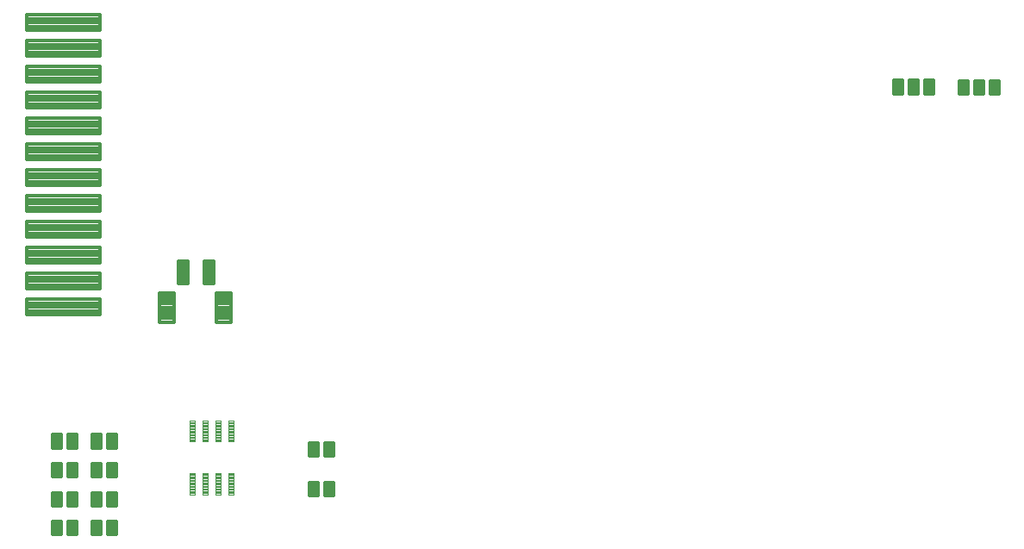
<source format=gtp>
G75*
%MOIN*%
%OFA0B0*%
%FSLAX25Y25*%
%IPPOS*%
%LPD*%
%AMOC8*
5,1,8,0,0,1.08239X$1,22.5*
%
%ADD10C,0.01496*%
%ADD11C,0.00920*%
%ADD12C,0.00472*%
%ADD13C,0.01417*%
%ADD14C,0.01000*%
D10*
X0089250Y0216357D02*
X0117754Y0216357D01*
X0089250Y0216357D02*
X0089250Y0222341D01*
X0117754Y0222341D01*
X0117754Y0216357D01*
X0117754Y0217852D02*
X0089250Y0217852D01*
X0089250Y0219347D02*
X0117754Y0219347D01*
X0117754Y0220842D02*
X0089250Y0220842D01*
X0089250Y0222337D02*
X0117754Y0222337D01*
X0117754Y0226357D02*
X0089250Y0226357D01*
X0089250Y0232341D01*
X0117754Y0232341D01*
X0117754Y0226357D01*
X0117754Y0227852D02*
X0089250Y0227852D01*
X0089250Y0229347D02*
X0117754Y0229347D01*
X0117754Y0230842D02*
X0089250Y0230842D01*
X0089250Y0232337D02*
X0117754Y0232337D01*
X0117754Y0236357D02*
X0089250Y0236357D01*
X0089250Y0242341D01*
X0117754Y0242341D01*
X0117754Y0236357D01*
X0117754Y0237852D02*
X0089250Y0237852D01*
X0089250Y0239347D02*
X0117754Y0239347D01*
X0117754Y0240842D02*
X0089250Y0240842D01*
X0089250Y0242337D02*
X0117754Y0242337D01*
X0117754Y0246357D02*
X0089250Y0246357D01*
X0089250Y0252341D01*
X0117754Y0252341D01*
X0117754Y0246357D01*
X0117754Y0247852D02*
X0089250Y0247852D01*
X0089250Y0249347D02*
X0117754Y0249347D01*
X0117754Y0250842D02*
X0089250Y0250842D01*
X0089250Y0252337D02*
X0117754Y0252337D01*
X0117754Y0256357D02*
X0089250Y0256357D01*
X0089250Y0262341D01*
X0117754Y0262341D01*
X0117754Y0256357D01*
X0117754Y0257852D02*
X0089250Y0257852D01*
X0089250Y0259347D02*
X0117754Y0259347D01*
X0117754Y0260842D02*
X0089250Y0260842D01*
X0089250Y0262337D02*
X0117754Y0262337D01*
X0117754Y0266357D02*
X0089250Y0266357D01*
X0089250Y0272341D01*
X0117754Y0272341D01*
X0117754Y0266357D01*
X0117754Y0267852D02*
X0089250Y0267852D01*
X0089250Y0269347D02*
X0117754Y0269347D01*
X0117754Y0270842D02*
X0089250Y0270842D01*
X0089250Y0272337D02*
X0117754Y0272337D01*
X0117754Y0276357D02*
X0089250Y0276357D01*
X0089250Y0282341D01*
X0117754Y0282341D01*
X0117754Y0276357D01*
X0117754Y0277852D02*
X0089250Y0277852D01*
X0089250Y0279347D02*
X0117754Y0279347D01*
X0117754Y0280842D02*
X0089250Y0280842D01*
X0089250Y0282337D02*
X0117754Y0282337D01*
X0117754Y0286357D02*
X0089250Y0286357D01*
X0089250Y0292341D01*
X0117754Y0292341D01*
X0117754Y0286357D01*
X0117754Y0287852D02*
X0089250Y0287852D01*
X0089250Y0289347D02*
X0117754Y0289347D01*
X0117754Y0290842D02*
X0089250Y0290842D01*
X0089250Y0292337D02*
X0117754Y0292337D01*
X0117754Y0296357D02*
X0089250Y0296357D01*
X0089250Y0302341D01*
X0117754Y0302341D01*
X0117754Y0296357D01*
X0117754Y0297852D02*
X0089250Y0297852D01*
X0089250Y0299347D02*
X0117754Y0299347D01*
X0117754Y0300842D02*
X0089250Y0300842D01*
X0089250Y0302337D02*
X0117754Y0302337D01*
X0117754Y0306357D02*
X0089250Y0306357D01*
X0089250Y0312341D01*
X0117754Y0312341D01*
X0117754Y0306357D01*
X0117754Y0307852D02*
X0089250Y0307852D01*
X0089250Y0309347D02*
X0117754Y0309347D01*
X0117754Y0310842D02*
X0089250Y0310842D01*
X0089250Y0312337D02*
X0117754Y0312337D01*
X0117754Y0316357D02*
X0089250Y0316357D01*
X0089250Y0322341D01*
X0117754Y0322341D01*
X0117754Y0316357D01*
X0117754Y0317852D02*
X0089250Y0317852D01*
X0089250Y0319347D02*
X0117754Y0319347D01*
X0117754Y0320842D02*
X0089250Y0320842D01*
X0089250Y0322337D02*
X0117754Y0322337D01*
X0117754Y0326357D02*
X0089250Y0326357D01*
X0089250Y0332341D01*
X0117754Y0332341D01*
X0117754Y0326357D01*
X0117754Y0327852D02*
X0089250Y0327852D01*
X0089250Y0329347D02*
X0117754Y0329347D01*
X0117754Y0330842D02*
X0089250Y0330842D01*
X0089250Y0332337D02*
X0117754Y0332337D01*
D11*
X0102835Y0136623D02*
X0099155Y0136623D01*
X0102835Y0136623D02*
X0102835Y0131243D01*
X0099155Y0131243D01*
X0099155Y0136623D01*
X0099155Y0132162D02*
X0102835Y0132162D01*
X0102835Y0133081D02*
X0099155Y0133081D01*
X0099155Y0134000D02*
X0102835Y0134000D01*
X0102835Y0134919D02*
X0099155Y0134919D01*
X0099155Y0135838D02*
X0102835Y0135838D01*
X0105155Y0136623D02*
X0108835Y0136623D01*
X0108835Y0131243D01*
X0105155Y0131243D01*
X0105155Y0136623D01*
X0105155Y0132162D02*
X0108835Y0132162D01*
X0108835Y0133081D02*
X0105155Y0133081D01*
X0105155Y0134000D02*
X0108835Y0134000D01*
X0108835Y0134919D02*
X0105155Y0134919D01*
X0105155Y0135838D02*
X0108835Y0135838D01*
X0114355Y0136623D02*
X0118035Y0136623D01*
X0118035Y0131243D01*
X0114355Y0131243D01*
X0114355Y0136623D01*
X0114355Y0132162D02*
X0118035Y0132162D01*
X0118035Y0133081D02*
X0114355Y0133081D01*
X0114355Y0134000D02*
X0118035Y0134000D01*
X0118035Y0134919D02*
X0114355Y0134919D01*
X0114355Y0135838D02*
X0118035Y0135838D01*
X0120355Y0136623D02*
X0124035Y0136623D01*
X0124035Y0131243D01*
X0120355Y0131243D01*
X0120355Y0136623D01*
X0120355Y0132162D02*
X0124035Y0132162D01*
X0124035Y0133081D02*
X0120355Y0133081D01*
X0120355Y0134000D02*
X0124035Y0134000D01*
X0124035Y0134919D02*
X0120355Y0134919D01*
X0120355Y0135838D02*
X0124035Y0135838D01*
X0124035Y0147823D02*
X0120355Y0147823D01*
X0124035Y0147823D02*
X0124035Y0142443D01*
X0120355Y0142443D01*
X0120355Y0147823D01*
X0120355Y0143362D02*
X0124035Y0143362D01*
X0124035Y0144281D02*
X0120355Y0144281D01*
X0120355Y0145200D02*
X0124035Y0145200D01*
X0124035Y0146119D02*
X0120355Y0146119D01*
X0120355Y0147038D02*
X0124035Y0147038D01*
X0118035Y0147823D02*
X0114355Y0147823D01*
X0118035Y0147823D02*
X0118035Y0142443D01*
X0114355Y0142443D01*
X0114355Y0147823D01*
X0114355Y0143362D02*
X0118035Y0143362D01*
X0118035Y0144281D02*
X0114355Y0144281D01*
X0114355Y0145200D02*
X0118035Y0145200D01*
X0118035Y0146119D02*
X0114355Y0146119D01*
X0114355Y0147038D02*
X0118035Y0147038D01*
X0118035Y0159023D02*
X0114355Y0159023D01*
X0118035Y0159023D02*
X0118035Y0153643D01*
X0114355Y0153643D01*
X0114355Y0159023D01*
X0114355Y0154562D02*
X0118035Y0154562D01*
X0118035Y0155481D02*
X0114355Y0155481D01*
X0114355Y0156400D02*
X0118035Y0156400D01*
X0118035Y0157319D02*
X0114355Y0157319D01*
X0114355Y0158238D02*
X0118035Y0158238D01*
X0120355Y0159023D02*
X0124035Y0159023D01*
X0124035Y0153643D01*
X0120355Y0153643D01*
X0120355Y0159023D01*
X0120355Y0154562D02*
X0124035Y0154562D01*
X0124035Y0155481D02*
X0120355Y0155481D01*
X0120355Y0156400D02*
X0124035Y0156400D01*
X0124035Y0157319D02*
X0120355Y0157319D01*
X0120355Y0158238D02*
X0124035Y0158238D01*
X0124035Y0170223D02*
X0120355Y0170223D01*
X0124035Y0170223D02*
X0124035Y0164843D01*
X0120355Y0164843D01*
X0120355Y0170223D01*
X0120355Y0165762D02*
X0124035Y0165762D01*
X0124035Y0166681D02*
X0120355Y0166681D01*
X0120355Y0167600D02*
X0124035Y0167600D01*
X0124035Y0168519D02*
X0120355Y0168519D01*
X0120355Y0169438D02*
X0124035Y0169438D01*
X0118035Y0170223D02*
X0114355Y0170223D01*
X0118035Y0170223D02*
X0118035Y0164843D01*
X0114355Y0164843D01*
X0114355Y0170223D01*
X0114355Y0165762D02*
X0118035Y0165762D01*
X0118035Y0166681D02*
X0114355Y0166681D01*
X0114355Y0167600D02*
X0118035Y0167600D01*
X0118035Y0168519D02*
X0114355Y0168519D01*
X0114355Y0169438D02*
X0118035Y0169438D01*
X0108835Y0170223D02*
X0105155Y0170223D01*
X0108835Y0170223D02*
X0108835Y0164843D01*
X0105155Y0164843D01*
X0105155Y0170223D01*
X0105155Y0165762D02*
X0108835Y0165762D01*
X0108835Y0166681D02*
X0105155Y0166681D01*
X0105155Y0167600D02*
X0108835Y0167600D01*
X0108835Y0168519D02*
X0105155Y0168519D01*
X0105155Y0169438D02*
X0108835Y0169438D01*
X0102835Y0170223D02*
X0099155Y0170223D01*
X0102835Y0170223D02*
X0102835Y0164843D01*
X0099155Y0164843D01*
X0099155Y0170223D01*
X0099155Y0165762D02*
X0102835Y0165762D01*
X0102835Y0166681D02*
X0099155Y0166681D01*
X0099155Y0167600D02*
X0102835Y0167600D01*
X0102835Y0168519D02*
X0099155Y0168519D01*
X0099155Y0169438D02*
X0102835Y0169438D01*
X0102835Y0159023D02*
X0099155Y0159023D01*
X0102835Y0159023D02*
X0102835Y0153643D01*
X0099155Y0153643D01*
X0099155Y0159023D01*
X0099155Y0154562D02*
X0102835Y0154562D01*
X0102835Y0155481D02*
X0099155Y0155481D01*
X0099155Y0156400D02*
X0102835Y0156400D01*
X0102835Y0157319D02*
X0099155Y0157319D01*
X0099155Y0158238D02*
X0102835Y0158238D01*
X0105155Y0159023D02*
X0108835Y0159023D01*
X0108835Y0153643D01*
X0105155Y0153643D01*
X0105155Y0159023D01*
X0105155Y0154562D02*
X0108835Y0154562D01*
X0108835Y0155481D02*
X0105155Y0155481D01*
X0105155Y0156400D02*
X0108835Y0156400D01*
X0108835Y0157319D02*
X0105155Y0157319D01*
X0105155Y0158238D02*
X0108835Y0158238D01*
X0108835Y0147823D02*
X0105155Y0147823D01*
X0108835Y0147823D02*
X0108835Y0142443D01*
X0105155Y0142443D01*
X0105155Y0147823D01*
X0105155Y0143362D02*
X0108835Y0143362D01*
X0108835Y0144281D02*
X0105155Y0144281D01*
X0105155Y0145200D02*
X0108835Y0145200D01*
X0108835Y0146119D02*
X0105155Y0146119D01*
X0105155Y0147038D02*
X0108835Y0147038D01*
X0102835Y0147823D02*
X0099155Y0147823D01*
X0102835Y0147823D02*
X0102835Y0142443D01*
X0099155Y0142443D01*
X0099155Y0147823D01*
X0099155Y0143362D02*
X0102835Y0143362D01*
X0102835Y0144281D02*
X0099155Y0144281D01*
X0099155Y0145200D02*
X0102835Y0145200D01*
X0102835Y0146119D02*
X0099155Y0146119D01*
X0099155Y0147038D02*
X0102835Y0147038D01*
X0198355Y0146443D02*
X0202035Y0146443D01*
X0198355Y0146443D02*
X0198355Y0151823D01*
X0202035Y0151823D01*
X0202035Y0146443D01*
X0202035Y0147362D02*
X0198355Y0147362D01*
X0198355Y0148281D02*
X0202035Y0148281D01*
X0202035Y0149200D02*
X0198355Y0149200D01*
X0198355Y0150119D02*
X0202035Y0150119D01*
X0202035Y0151038D02*
X0198355Y0151038D01*
X0204355Y0146443D02*
X0208035Y0146443D01*
X0204355Y0146443D02*
X0204355Y0151823D01*
X0208035Y0151823D01*
X0208035Y0146443D01*
X0208035Y0147362D02*
X0204355Y0147362D01*
X0204355Y0148281D02*
X0208035Y0148281D01*
X0208035Y0149200D02*
X0204355Y0149200D01*
X0204355Y0150119D02*
X0208035Y0150119D01*
X0208035Y0151038D02*
X0204355Y0151038D01*
X0204355Y0167023D02*
X0208035Y0167023D01*
X0208035Y0161643D01*
X0204355Y0161643D01*
X0204355Y0167023D01*
X0204355Y0162562D02*
X0208035Y0162562D01*
X0208035Y0163481D02*
X0204355Y0163481D01*
X0204355Y0164400D02*
X0208035Y0164400D01*
X0208035Y0165319D02*
X0204355Y0165319D01*
X0204355Y0166238D02*
X0208035Y0166238D01*
X0202035Y0167023D02*
X0198355Y0167023D01*
X0202035Y0167023D02*
X0202035Y0161643D01*
X0198355Y0161643D01*
X0198355Y0167023D01*
X0198355Y0162562D02*
X0202035Y0162562D01*
X0202035Y0163481D02*
X0198355Y0163481D01*
X0198355Y0164400D02*
X0202035Y0164400D01*
X0202035Y0165319D02*
X0198355Y0165319D01*
X0198355Y0166238D02*
X0202035Y0166238D01*
X0424285Y0307223D02*
X0427965Y0307223D01*
X0427965Y0301843D01*
X0424285Y0301843D01*
X0424285Y0307223D01*
X0424285Y0302762D02*
X0427965Y0302762D01*
X0427965Y0303681D02*
X0424285Y0303681D01*
X0424285Y0304600D02*
X0427965Y0304600D01*
X0427965Y0305519D02*
X0424285Y0305519D01*
X0424285Y0306438D02*
X0427965Y0306438D01*
X0430285Y0307223D02*
X0433965Y0307223D01*
X0433965Y0301843D01*
X0430285Y0301843D01*
X0430285Y0307223D01*
X0430285Y0302762D02*
X0433965Y0302762D01*
X0433965Y0303681D02*
X0430285Y0303681D01*
X0430285Y0304600D02*
X0433965Y0304600D01*
X0433965Y0305519D02*
X0430285Y0305519D01*
X0430285Y0306438D02*
X0433965Y0306438D01*
X0436285Y0307223D02*
X0439965Y0307223D01*
X0439965Y0301843D01*
X0436285Y0301843D01*
X0436285Y0307223D01*
X0436285Y0302762D02*
X0439965Y0302762D01*
X0439965Y0303681D02*
X0436285Y0303681D01*
X0436285Y0304600D02*
X0439965Y0304600D01*
X0439965Y0305519D02*
X0436285Y0305519D01*
X0436285Y0306438D02*
X0439965Y0306438D01*
X0449585Y0307023D02*
X0453265Y0307023D01*
X0453265Y0301643D01*
X0449585Y0301643D01*
X0449585Y0307023D01*
X0449585Y0302562D02*
X0453265Y0302562D01*
X0453265Y0303481D02*
X0449585Y0303481D01*
X0449585Y0304400D02*
X0453265Y0304400D01*
X0453265Y0305319D02*
X0449585Y0305319D01*
X0449585Y0306238D02*
X0453265Y0306238D01*
X0455585Y0307023D02*
X0459265Y0307023D01*
X0459265Y0301643D01*
X0455585Y0301643D01*
X0455585Y0307023D01*
X0455585Y0302562D02*
X0459265Y0302562D01*
X0459265Y0303481D02*
X0455585Y0303481D01*
X0455585Y0304400D02*
X0459265Y0304400D01*
X0459265Y0305319D02*
X0455585Y0305319D01*
X0455585Y0306238D02*
X0459265Y0306238D01*
X0461585Y0307023D02*
X0465265Y0307023D01*
X0465265Y0301643D01*
X0461585Y0301643D01*
X0461585Y0307023D01*
X0461585Y0302562D02*
X0465265Y0302562D01*
X0465265Y0303481D02*
X0461585Y0303481D01*
X0461585Y0304400D02*
X0465265Y0304400D01*
X0465265Y0305319D02*
X0461585Y0305319D01*
X0461585Y0306238D02*
X0465265Y0306238D01*
D12*
X0169240Y0167275D02*
X0167350Y0167275D01*
X0167350Y0175463D01*
X0169240Y0175463D01*
X0169240Y0167275D01*
X0169240Y0167746D02*
X0167350Y0167746D01*
X0167350Y0168217D02*
X0169240Y0168217D01*
X0169240Y0168688D02*
X0167350Y0168688D01*
X0167350Y0169159D02*
X0169240Y0169159D01*
X0169240Y0169630D02*
X0167350Y0169630D01*
X0167350Y0170101D02*
X0169240Y0170101D01*
X0169240Y0170572D02*
X0167350Y0170572D01*
X0167350Y0171043D02*
X0169240Y0171043D01*
X0169240Y0171514D02*
X0167350Y0171514D01*
X0167350Y0171985D02*
X0169240Y0171985D01*
X0169240Y0172456D02*
X0167350Y0172456D01*
X0167350Y0172927D02*
X0169240Y0172927D01*
X0169240Y0173398D02*
X0167350Y0173398D01*
X0167350Y0173869D02*
X0169240Y0173869D01*
X0169240Y0174340D02*
X0167350Y0174340D01*
X0167350Y0174811D02*
X0169240Y0174811D01*
X0169240Y0175282D02*
X0167350Y0175282D01*
X0164240Y0167275D02*
X0162350Y0167275D01*
X0162350Y0175463D01*
X0164240Y0175463D01*
X0164240Y0167275D01*
X0164240Y0167746D02*
X0162350Y0167746D01*
X0162350Y0168217D02*
X0164240Y0168217D01*
X0164240Y0168688D02*
X0162350Y0168688D01*
X0162350Y0169159D02*
X0164240Y0169159D01*
X0164240Y0169630D02*
X0162350Y0169630D01*
X0162350Y0170101D02*
X0164240Y0170101D01*
X0164240Y0170572D02*
X0162350Y0170572D01*
X0162350Y0171043D02*
X0164240Y0171043D01*
X0164240Y0171514D02*
X0162350Y0171514D01*
X0162350Y0171985D02*
X0164240Y0171985D01*
X0164240Y0172456D02*
X0162350Y0172456D01*
X0162350Y0172927D02*
X0164240Y0172927D01*
X0164240Y0173398D02*
X0162350Y0173398D01*
X0162350Y0173869D02*
X0164240Y0173869D01*
X0164240Y0174340D02*
X0162350Y0174340D01*
X0162350Y0174811D02*
X0164240Y0174811D01*
X0164240Y0175282D02*
X0162350Y0175282D01*
X0159240Y0167275D02*
X0157350Y0167275D01*
X0157350Y0175463D01*
X0159240Y0175463D01*
X0159240Y0167275D01*
X0159240Y0167746D02*
X0157350Y0167746D01*
X0157350Y0168217D02*
X0159240Y0168217D01*
X0159240Y0168688D02*
X0157350Y0168688D01*
X0157350Y0169159D02*
X0159240Y0169159D01*
X0159240Y0169630D02*
X0157350Y0169630D01*
X0157350Y0170101D02*
X0159240Y0170101D01*
X0159240Y0170572D02*
X0157350Y0170572D01*
X0157350Y0171043D02*
X0159240Y0171043D01*
X0159240Y0171514D02*
X0157350Y0171514D01*
X0157350Y0171985D02*
X0159240Y0171985D01*
X0159240Y0172456D02*
X0157350Y0172456D01*
X0157350Y0172927D02*
X0159240Y0172927D01*
X0159240Y0173398D02*
X0157350Y0173398D01*
X0157350Y0173869D02*
X0159240Y0173869D01*
X0159240Y0174340D02*
X0157350Y0174340D01*
X0157350Y0174811D02*
X0159240Y0174811D01*
X0159240Y0175282D02*
X0157350Y0175282D01*
X0154240Y0167275D02*
X0152350Y0167275D01*
X0152350Y0175463D01*
X0154240Y0175463D01*
X0154240Y0167275D01*
X0154240Y0167746D02*
X0152350Y0167746D01*
X0152350Y0168217D02*
X0154240Y0168217D01*
X0154240Y0168688D02*
X0152350Y0168688D01*
X0152350Y0169159D02*
X0154240Y0169159D01*
X0154240Y0169630D02*
X0152350Y0169630D01*
X0152350Y0170101D02*
X0154240Y0170101D01*
X0154240Y0170572D02*
X0152350Y0170572D01*
X0152350Y0171043D02*
X0154240Y0171043D01*
X0154240Y0171514D02*
X0152350Y0171514D01*
X0152350Y0171985D02*
X0154240Y0171985D01*
X0154240Y0172456D02*
X0152350Y0172456D01*
X0152350Y0172927D02*
X0154240Y0172927D01*
X0154240Y0173398D02*
X0152350Y0173398D01*
X0152350Y0173869D02*
X0154240Y0173869D01*
X0154240Y0174340D02*
X0152350Y0174340D01*
X0152350Y0174811D02*
X0154240Y0174811D01*
X0154240Y0175282D02*
X0152350Y0175282D01*
X0152350Y0146803D02*
X0154240Y0146803D01*
X0152350Y0146803D02*
X0152350Y0154991D01*
X0154240Y0154991D01*
X0154240Y0146803D01*
X0154240Y0147274D02*
X0152350Y0147274D01*
X0152350Y0147745D02*
X0154240Y0147745D01*
X0154240Y0148216D02*
X0152350Y0148216D01*
X0152350Y0148687D02*
X0154240Y0148687D01*
X0154240Y0149158D02*
X0152350Y0149158D01*
X0152350Y0149629D02*
X0154240Y0149629D01*
X0154240Y0150100D02*
X0152350Y0150100D01*
X0152350Y0150571D02*
X0154240Y0150571D01*
X0154240Y0151042D02*
X0152350Y0151042D01*
X0152350Y0151513D02*
X0154240Y0151513D01*
X0154240Y0151984D02*
X0152350Y0151984D01*
X0152350Y0152455D02*
X0154240Y0152455D01*
X0154240Y0152926D02*
X0152350Y0152926D01*
X0152350Y0153397D02*
X0154240Y0153397D01*
X0154240Y0153868D02*
X0152350Y0153868D01*
X0152350Y0154339D02*
X0154240Y0154339D01*
X0154240Y0154810D02*
X0152350Y0154810D01*
X0157350Y0146803D02*
X0159240Y0146803D01*
X0157350Y0146803D02*
X0157350Y0154991D01*
X0159240Y0154991D01*
X0159240Y0146803D01*
X0159240Y0147274D02*
X0157350Y0147274D01*
X0157350Y0147745D02*
X0159240Y0147745D01*
X0159240Y0148216D02*
X0157350Y0148216D01*
X0157350Y0148687D02*
X0159240Y0148687D01*
X0159240Y0149158D02*
X0157350Y0149158D01*
X0157350Y0149629D02*
X0159240Y0149629D01*
X0159240Y0150100D02*
X0157350Y0150100D01*
X0157350Y0150571D02*
X0159240Y0150571D01*
X0159240Y0151042D02*
X0157350Y0151042D01*
X0157350Y0151513D02*
X0159240Y0151513D01*
X0159240Y0151984D02*
X0157350Y0151984D01*
X0157350Y0152455D02*
X0159240Y0152455D01*
X0159240Y0152926D02*
X0157350Y0152926D01*
X0157350Y0153397D02*
X0159240Y0153397D01*
X0159240Y0153868D02*
X0157350Y0153868D01*
X0157350Y0154339D02*
X0159240Y0154339D01*
X0159240Y0154810D02*
X0157350Y0154810D01*
X0162350Y0146803D02*
X0164240Y0146803D01*
X0162350Y0146803D02*
X0162350Y0154991D01*
X0164240Y0154991D01*
X0164240Y0146803D01*
X0164240Y0147274D02*
X0162350Y0147274D01*
X0162350Y0147745D02*
X0164240Y0147745D01*
X0164240Y0148216D02*
X0162350Y0148216D01*
X0162350Y0148687D02*
X0164240Y0148687D01*
X0164240Y0149158D02*
X0162350Y0149158D01*
X0162350Y0149629D02*
X0164240Y0149629D01*
X0164240Y0150100D02*
X0162350Y0150100D01*
X0162350Y0150571D02*
X0164240Y0150571D01*
X0164240Y0151042D02*
X0162350Y0151042D01*
X0162350Y0151513D02*
X0164240Y0151513D01*
X0164240Y0151984D02*
X0162350Y0151984D01*
X0162350Y0152455D02*
X0164240Y0152455D01*
X0164240Y0152926D02*
X0162350Y0152926D01*
X0162350Y0153397D02*
X0164240Y0153397D01*
X0164240Y0153868D02*
X0162350Y0153868D01*
X0162350Y0154339D02*
X0164240Y0154339D01*
X0164240Y0154810D02*
X0162350Y0154810D01*
X0167350Y0146803D02*
X0169240Y0146803D01*
X0167350Y0146803D02*
X0167350Y0154991D01*
X0169240Y0154991D01*
X0169240Y0146803D01*
X0169240Y0147274D02*
X0167350Y0147274D01*
X0167350Y0147745D02*
X0169240Y0147745D01*
X0169240Y0148216D02*
X0167350Y0148216D01*
X0167350Y0148687D02*
X0169240Y0148687D01*
X0169240Y0149158D02*
X0167350Y0149158D01*
X0167350Y0149629D02*
X0169240Y0149629D01*
X0169240Y0150100D02*
X0167350Y0150100D01*
X0167350Y0150571D02*
X0169240Y0150571D01*
X0169240Y0151042D02*
X0167350Y0151042D01*
X0167350Y0151513D02*
X0169240Y0151513D01*
X0169240Y0151984D02*
X0167350Y0151984D01*
X0167350Y0152455D02*
X0169240Y0152455D01*
X0169240Y0152926D02*
X0167350Y0152926D01*
X0167350Y0153397D02*
X0169240Y0153397D01*
X0169240Y0153868D02*
X0167350Y0153868D01*
X0167350Y0154339D02*
X0169240Y0154339D01*
X0169240Y0154810D02*
X0167350Y0154810D01*
D13*
X0168454Y0224724D02*
X0162784Y0224724D01*
X0168454Y0224724D02*
X0168454Y0213542D01*
X0162784Y0213542D01*
X0162784Y0224724D01*
X0162784Y0214958D02*
X0168454Y0214958D01*
X0168454Y0216374D02*
X0162784Y0216374D01*
X0162784Y0217790D02*
X0168454Y0217790D01*
X0168454Y0219206D02*
X0162784Y0219206D01*
X0162784Y0220622D02*
X0168454Y0220622D01*
X0168454Y0222038D02*
X0162784Y0222038D01*
X0162784Y0223454D02*
X0168454Y0223454D01*
X0146407Y0224724D02*
X0140737Y0224724D01*
X0146407Y0224724D02*
X0146407Y0213542D01*
X0140737Y0213542D01*
X0140737Y0224724D01*
X0140737Y0214958D02*
X0146407Y0214958D01*
X0146407Y0216374D02*
X0140737Y0216374D01*
X0140737Y0217790D02*
X0146407Y0217790D01*
X0146407Y0219206D02*
X0140737Y0219206D01*
X0140737Y0220622D02*
X0146407Y0220622D01*
X0146407Y0222038D02*
X0140737Y0222038D01*
X0140737Y0223454D02*
X0146407Y0223454D01*
D14*
X0147595Y0237433D02*
X0151595Y0237433D01*
X0151595Y0228433D01*
X0147595Y0228433D01*
X0147595Y0237433D01*
X0147595Y0229432D02*
X0151595Y0229432D01*
X0151595Y0230431D02*
X0147595Y0230431D01*
X0147595Y0231430D02*
X0151595Y0231430D01*
X0151595Y0232429D02*
X0147595Y0232429D01*
X0147595Y0233428D02*
X0151595Y0233428D01*
X0151595Y0234427D02*
X0147595Y0234427D01*
X0147595Y0235426D02*
X0151595Y0235426D01*
X0151595Y0236425D02*
X0147595Y0236425D01*
X0147595Y0237424D02*
X0151595Y0237424D01*
X0157595Y0237433D02*
X0161595Y0237433D01*
X0161595Y0228433D01*
X0157595Y0228433D01*
X0157595Y0237433D01*
X0157595Y0229432D02*
X0161595Y0229432D01*
X0161595Y0230431D02*
X0157595Y0230431D01*
X0157595Y0231430D02*
X0161595Y0231430D01*
X0161595Y0232429D02*
X0157595Y0232429D01*
X0157595Y0233428D02*
X0161595Y0233428D01*
X0161595Y0234427D02*
X0157595Y0234427D01*
X0157595Y0235426D02*
X0161595Y0235426D01*
X0161595Y0236425D02*
X0157595Y0236425D01*
X0157595Y0237424D02*
X0161595Y0237424D01*
M02*

</source>
